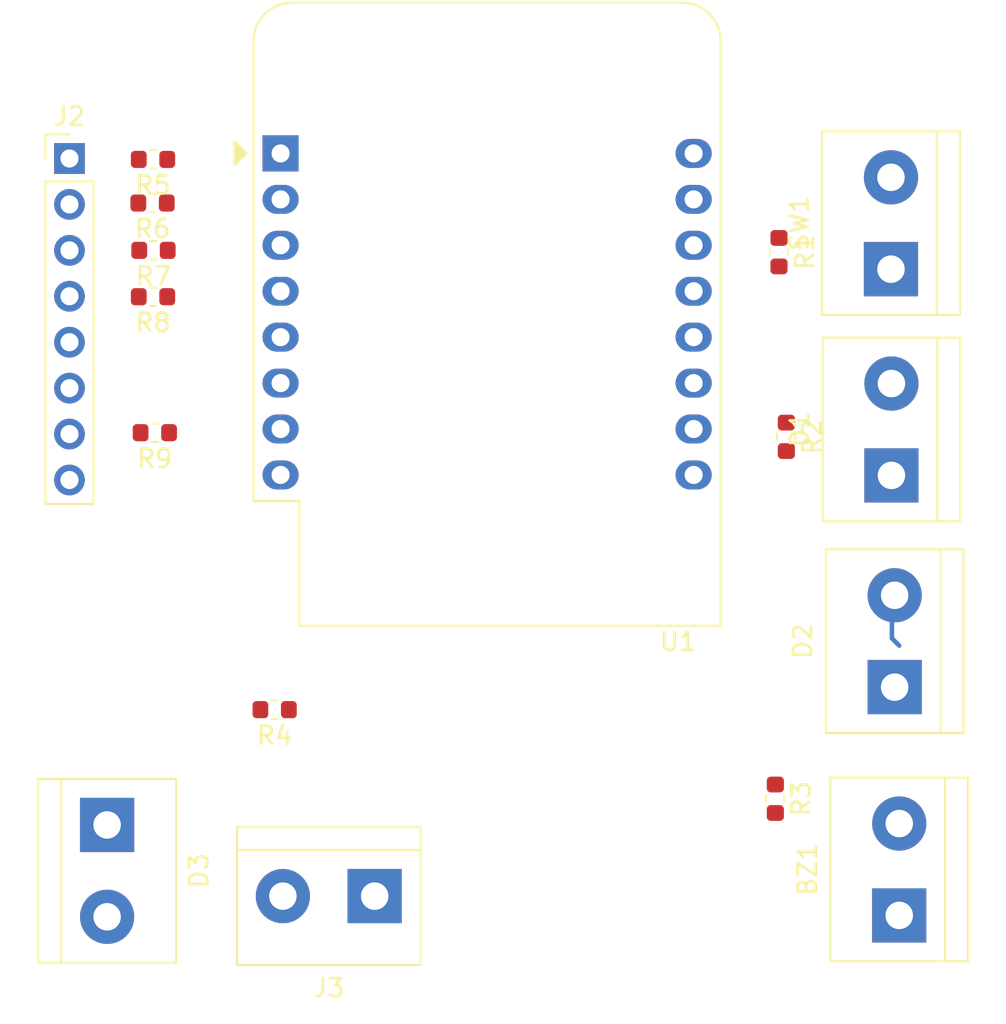
<source format=kicad_pcb>
(kicad_pcb (version 20171130) (host pcbnew "(5.1.6)-1")

  (general
    (thickness 1.6)
    (drawings 0)
    (tracks 4)
    (zones 0)
    (modules 17)
    (nets 20)
  )

  (page A4)
  (layers
    (0 F.Cu signal)
    (31 B.Cu mixed)
    (33 F.Adhes user)
    (35 F.Paste user)
    (37 F.SilkS user)
    (38 B.Mask user)
    (39 F.Mask user)
    (40 Dwgs.User user)
    (41 Cmts.User user)
    (42 Eco1.User user)
    (43 Eco2.User user)
    (44 Edge.Cuts user)
    (45 Margin user)
    (46 B.CrtYd user)
    (47 F.CrtYd user)
    (49 F.Fab user)
  )

  (setup
    (last_trace_width 0.25)
    (trace_clearance 0.2)
    (zone_clearance 0.508)
    (zone_45_only no)
    (trace_min 0.2)
    (via_size 0.8)
    (via_drill 0.4)
    (via_min_size 0.4)
    (via_min_drill 0.3)
    (uvia_size 0.3)
    (uvia_drill 0.1)
    (uvias_allowed no)
    (uvia_min_size 0.2)
    (uvia_min_drill 0.1)
    (edge_width 0.05)
    (segment_width 0.2)
    (pcb_text_width 0.3)
    (pcb_text_size 1.5 1.5)
    (mod_edge_width 0.12)
    (mod_text_size 1 1)
    (mod_text_width 0.15)
    (pad_size 1.524 1.524)
    (pad_drill 0.762)
    (pad_to_mask_clearance 0.05)
    (aux_axis_origin 0 0)
    (visible_elements 7FFFFFFF)
    (pcbplotparams
      (layerselection 0x010fc_ffffffff)
      (usegerberextensions false)
      (usegerberattributes true)
      (usegerberadvancedattributes true)
      (creategerberjobfile true)
      (excludeedgelayer true)
      (linewidth 0.100000)
      (plotframeref false)
      (viasonmask false)
      (mode 1)
      (useauxorigin false)
      (hpglpennumber 1)
      (hpglpenspeed 20)
      (hpglpendiameter 15.000000)
      (psnegative false)
      (psa4output false)
      (plotreference true)
      (plotvalue true)
      (plotinvisibletext false)
      (padsonsilk false)
      (subtractmaskfromsilk false)
      (outputformat 1)
      (mirror false)
      (drillshape 1)
      (scaleselection 1)
      (outputdirectory ""))
  )

  (net 0 "")
  (net 1 "Net-(D1-Pad1)")
  (net 2 "Net-(D3-Pad1)")
  (net 3 3V3)
  (net 4 GND)
  (net 5 MISO)
  (net 6 MOSI)
  (net 7 SCK)
  (net 8 SS)
  (net 9 ERROR_NET)
  (net 10 POWER_NET)
  (net 11 SWITCH)
  (net 12 RST)
  (net 13 STATUS_NET)
  (net 14 "Net-(D2-Pad1)")
  (net 15 "Net-(J2-Pad7)")
  (net 16 "Net-(J2-Pad4)")
  (net 17 "Net-(J2-Pad3)")
  (net 18 "Net-(J2-Pad2)")
  (net 19 "Net-(J2-Pad1)")

  (net_class Default "This is the default net class."
    (clearance 0.2)
    (trace_width 0.25)
    (via_dia 0.8)
    (via_drill 0.4)
    (uvia_dia 0.3)
    (uvia_drill 0.1)
    (add_net 3V3)
    (add_net ERROR_NET)
    (add_net GND)
    (add_net MISO)
    (add_net MOSI)
    (add_net "Net-(D1-Pad1)")
    (add_net "Net-(D2-Pad1)")
    (add_net "Net-(D3-Pad1)")
    (add_net "Net-(J2-Pad1)")
    (add_net "Net-(J2-Pad2)")
    (add_net "Net-(J2-Pad3)")
    (add_net "Net-(J2-Pad4)")
    (add_net "Net-(J2-Pad7)")
    (add_net POWER_NET)
    (add_net RST)
    (add_net SCK)
    (add_net SS)
    (add_net STATUS_NET)
    (add_net SWITCH)
  )

  (module Resistor_SMD:R_0603_1608Metric (layer F.Cu) (tedit 5B301BBD) (tstamp 6007C948)
    (at 31.8262 62.5348 180)
    (descr "Resistor SMD 0603 (1608 Metric), square (rectangular) end terminal, IPC_7351 nominal, (Body size source: http://www.tortai-tech.com/upload/download/2011102023233369053.pdf), generated with kicad-footprint-generator")
    (tags resistor)
    (path /6009BE5B)
    (attr smd)
    (fp_text reference R9 (at 0 -1.43) (layer F.SilkS)
      (effects (font (size 1 1) (thickness 0.15)))
    )
    (fp_text value R100 (at 0 1.43) (layer F.Fab) hide
      (effects (font (size 1 1) (thickness 0.15)))
    )
    (fp_text user %R (at 0 0) (layer F.Fab) hide
      (effects (font (size 0.4 0.4) (thickness 0.06)))
    )
    (fp_line (start -0.8 0.4) (end -0.8 -0.4) (layer F.Fab) (width 0.1))
    (fp_line (start -0.8 -0.4) (end 0.8 -0.4) (layer F.Fab) (width 0.1))
    (fp_line (start 0.8 -0.4) (end 0.8 0.4) (layer F.Fab) (width 0.1))
    (fp_line (start 0.8 0.4) (end -0.8 0.4) (layer F.Fab) (width 0.1))
    (fp_line (start -0.162779 -0.51) (end 0.162779 -0.51) (layer F.SilkS) (width 0.12))
    (fp_line (start -0.162779 0.51) (end 0.162779 0.51) (layer F.SilkS) (width 0.12))
    (fp_line (start -1.48 0.73) (end -1.48 -0.73) (layer F.CrtYd) (width 0.05))
    (fp_line (start -1.48 -0.73) (end 1.48 -0.73) (layer F.CrtYd) (width 0.05))
    (fp_line (start 1.48 -0.73) (end 1.48 0.73) (layer F.CrtYd) (width 0.05))
    (fp_line (start 1.48 0.73) (end -1.48 0.73) (layer F.CrtYd) (width 0.05))
    (pad 2 smd roundrect (at 0.7875 0 180) (size 0.875 0.95) (layers F.Cu F.Paste F.Mask) (roundrect_rratio 0.25)
      (net 15 "Net-(J2-Pad7)"))
    (pad 1 smd roundrect (at -0.7875 0 180) (size 0.875 0.95) (layers F.Cu F.Paste F.Mask) (roundrect_rratio 0.25)
      (net 12 RST))
    (model ${KISYS3DMOD}/Resistor_SMD.3dshapes/R_0603_1608Metric.wrl
      (at (xyz 0 0 0))
      (scale (xyz 1 1 1))
      (rotate (xyz 0 0 0))
    )
  )

  (module Resistor_SMD:R_0603_1608Metric (layer F.Cu) (tedit 5B301BBD) (tstamp 6007C937)
    (at 31.7246 55.0164 180)
    (descr "Resistor SMD 0603 (1608 Metric), square (rectangular) end terminal, IPC_7351 nominal, (Body size source: http://www.tortai-tech.com/upload/download/2011102023233369053.pdf), generated with kicad-footprint-generator")
    (tags resistor)
    (path /6009B9F3)
    (attr smd)
    (fp_text reference R8 (at 0 -1.43) (layer F.SilkS)
      (effects (font (size 1 1) (thickness 0.15)))
    )
    (fp_text value R100 (at 0 1.43) (layer F.Fab) hide
      (effects (font (size 1 1) (thickness 0.15)))
    )
    (fp_text user %R (at 0 0) (layer F.Fab) hide
      (effects (font (size 0.4 0.4) (thickness 0.06)))
    )
    (fp_line (start -0.8 0.4) (end -0.8 -0.4) (layer F.Fab) (width 0.1))
    (fp_line (start -0.8 -0.4) (end 0.8 -0.4) (layer F.Fab) (width 0.1))
    (fp_line (start 0.8 -0.4) (end 0.8 0.4) (layer F.Fab) (width 0.1))
    (fp_line (start 0.8 0.4) (end -0.8 0.4) (layer F.Fab) (width 0.1))
    (fp_line (start -0.162779 -0.51) (end 0.162779 -0.51) (layer F.SilkS) (width 0.12))
    (fp_line (start -0.162779 0.51) (end 0.162779 0.51) (layer F.SilkS) (width 0.12))
    (fp_line (start -1.48 0.73) (end -1.48 -0.73) (layer F.CrtYd) (width 0.05))
    (fp_line (start -1.48 -0.73) (end 1.48 -0.73) (layer F.CrtYd) (width 0.05))
    (fp_line (start 1.48 -0.73) (end 1.48 0.73) (layer F.CrtYd) (width 0.05))
    (fp_line (start 1.48 0.73) (end -1.48 0.73) (layer F.CrtYd) (width 0.05))
    (pad 2 smd roundrect (at 0.7875 0 180) (size 0.875 0.95) (layers F.Cu F.Paste F.Mask) (roundrect_rratio 0.25)
      (net 16 "Net-(J2-Pad4)"))
    (pad 1 smd roundrect (at -0.7875 0 180) (size 0.875 0.95) (layers F.Cu F.Paste F.Mask) (roundrect_rratio 0.25)
      (net 5 MISO))
    (model ${KISYS3DMOD}/Resistor_SMD.3dshapes/R_0603_1608Metric.wrl
      (at (xyz 0 0 0))
      (scale (xyz 1 1 1))
      (rotate (xyz 0 0 0))
    )
  )

  (module Resistor_SMD:R_0603_1608Metric (layer F.Cu) (tedit 5B301BBD) (tstamp 6007C926)
    (at 31.75 52.451 180)
    (descr "Resistor SMD 0603 (1608 Metric), square (rectangular) end terminal, IPC_7351 nominal, (Body size source: http://www.tortai-tech.com/upload/download/2011102023233369053.pdf), generated with kicad-footprint-generator")
    (tags resistor)
    (path /6009B537)
    (attr smd)
    (fp_text reference R7 (at 0 -1.43) (layer F.SilkS)
      (effects (font (size 1 1) (thickness 0.15)))
    )
    (fp_text value R100 (at 0 1.43) (layer F.Fab) hide
      (effects (font (size 1 1) (thickness 0.15)))
    )
    (fp_text user %R (at 0 0) (layer F.Fab) hide
      (effects (font (size 0.4 0.4) (thickness 0.06)))
    )
    (fp_line (start -0.8 0.4) (end -0.8 -0.4) (layer F.Fab) (width 0.1))
    (fp_line (start -0.8 -0.4) (end 0.8 -0.4) (layer F.Fab) (width 0.1))
    (fp_line (start 0.8 -0.4) (end 0.8 0.4) (layer F.Fab) (width 0.1))
    (fp_line (start 0.8 0.4) (end -0.8 0.4) (layer F.Fab) (width 0.1))
    (fp_line (start -0.162779 -0.51) (end 0.162779 -0.51) (layer F.SilkS) (width 0.12))
    (fp_line (start -0.162779 0.51) (end 0.162779 0.51) (layer F.SilkS) (width 0.12))
    (fp_line (start -1.48 0.73) (end -1.48 -0.73) (layer F.CrtYd) (width 0.05))
    (fp_line (start -1.48 -0.73) (end 1.48 -0.73) (layer F.CrtYd) (width 0.05))
    (fp_line (start 1.48 -0.73) (end 1.48 0.73) (layer F.CrtYd) (width 0.05))
    (fp_line (start 1.48 0.73) (end -1.48 0.73) (layer F.CrtYd) (width 0.05))
    (pad 2 smd roundrect (at 0.7875 0 180) (size 0.875 0.95) (layers F.Cu F.Paste F.Mask) (roundrect_rratio 0.25)
      (net 17 "Net-(J2-Pad3)"))
    (pad 1 smd roundrect (at -0.7875 0 180) (size 0.875 0.95) (layers F.Cu F.Paste F.Mask) (roundrect_rratio 0.25)
      (net 6 MOSI))
    (model ${KISYS3DMOD}/Resistor_SMD.3dshapes/R_0603_1608Metric.wrl
      (at (xyz 0 0 0))
      (scale (xyz 1 1 1))
      (rotate (xyz 0 0 0))
    )
  )

  (module Resistor_SMD:R_0603_1608Metric (layer F.Cu) (tedit 5B301BBD) (tstamp 6007C915)
    (at 31.6993 49.8348 180)
    (descr "Resistor SMD 0603 (1608 Metric), square (rectangular) end terminal, IPC_7351 nominal, (Body size source: http://www.tortai-tech.com/upload/download/2011102023233369053.pdf), generated with kicad-footprint-generator")
    (tags resistor)
    (path /6009B066)
    (attr smd)
    (fp_text reference R6 (at 0 -1.43) (layer F.SilkS)
      (effects (font (size 1 1) (thickness 0.15)))
    )
    (fp_text value R100 (at 0 1.43) (layer F.Fab) hide
      (effects (font (size 1 1) (thickness 0.15)))
    )
    (fp_text user %R (at 0 0) (layer F.Fab)
      (effects (font (size 0.4 0.4) (thickness 0.06)))
    )
    (fp_line (start -0.8 0.4) (end -0.8 -0.4) (layer F.Fab) (width 0.1))
    (fp_line (start -0.8 -0.4) (end 0.8 -0.4) (layer F.Fab) (width 0.1))
    (fp_line (start 0.8 -0.4) (end 0.8 0.4) (layer F.Fab) (width 0.1))
    (fp_line (start 0.8 0.4) (end -0.8 0.4) (layer F.Fab) (width 0.1))
    (fp_line (start -0.162779 -0.51) (end 0.162779 -0.51) (layer F.SilkS) (width 0.12))
    (fp_line (start -0.162779 0.51) (end 0.162779 0.51) (layer F.SilkS) (width 0.12))
    (fp_line (start -1.48 0.73) (end -1.48 -0.73) (layer F.CrtYd) (width 0.05))
    (fp_line (start -1.48 -0.73) (end 1.48 -0.73) (layer F.CrtYd) (width 0.05))
    (fp_line (start 1.48 -0.73) (end 1.48 0.73) (layer F.CrtYd) (width 0.05))
    (fp_line (start 1.48 0.73) (end -1.48 0.73) (layer F.CrtYd) (width 0.05))
    (pad 2 smd roundrect (at 0.7875 0 180) (size 0.875 0.95) (layers F.Cu F.Paste F.Mask) (roundrect_rratio 0.25)
      (net 18 "Net-(J2-Pad2)"))
    (pad 1 smd roundrect (at -0.7875 0 180) (size 0.875 0.95) (layers F.Cu F.Paste F.Mask) (roundrect_rratio 0.25)
      (net 7 SCK))
    (model ${KISYS3DMOD}/Resistor_SMD.3dshapes/R_0603_1608Metric.wrl
      (at (xyz 0 0 0))
      (scale (xyz 1 1 1))
      (rotate (xyz 0 0 0))
    )
  )

  (module Resistor_SMD:R_0603_1608Metric (layer F.Cu) (tedit 5B301BBD) (tstamp 6007C904)
    (at 31.7246 47.4218 180)
    (descr "Resistor SMD 0603 (1608 Metric), square (rectangular) end terminal, IPC_7351 nominal, (Body size source: http://www.tortai-tech.com/upload/download/2011102023233369053.pdf), generated with kicad-footprint-generator")
    (tags resistor)
    (path /600954A4)
    (attr smd)
    (fp_text reference R5 (at 0 -1.43) (layer F.SilkS)
      (effects (font (size 1 1) (thickness 0.15)))
    )
    (fp_text value R100 (at 0 1.43) (layer F.Fab) hide
      (effects (font (size 1 1) (thickness 0.15)))
    )
    (fp_text user %R (at 0 0) (layer F.Fab)
      (effects (font (size 0.4 0.4) (thickness 0.06)))
    )
    (fp_line (start -0.8 0.4) (end -0.8 -0.4) (layer F.Fab) (width 0.1))
    (fp_line (start -0.8 -0.4) (end 0.8 -0.4) (layer F.Fab) (width 0.1))
    (fp_line (start 0.8 -0.4) (end 0.8 0.4) (layer F.Fab) (width 0.1))
    (fp_line (start 0.8 0.4) (end -0.8 0.4) (layer F.Fab) (width 0.1))
    (fp_line (start -0.162779 -0.51) (end 0.162779 -0.51) (layer F.SilkS) (width 0.12))
    (fp_line (start -0.162779 0.51) (end 0.162779 0.51) (layer F.SilkS) (width 0.12))
    (fp_line (start -1.48 0.73) (end -1.48 -0.73) (layer F.CrtYd) (width 0.05))
    (fp_line (start -1.48 -0.73) (end 1.48 -0.73) (layer F.CrtYd) (width 0.05))
    (fp_line (start 1.48 -0.73) (end 1.48 0.73) (layer F.CrtYd) (width 0.05))
    (fp_line (start 1.48 0.73) (end -1.48 0.73) (layer F.CrtYd) (width 0.05))
    (pad 2 smd roundrect (at 0.7875 0 180) (size 0.875 0.95) (layers F.Cu F.Paste F.Mask) (roundrect_rratio 0.25)
      (net 19 "Net-(J2-Pad1)"))
    (pad 1 smd roundrect (at -0.7875 0 180) (size 0.875 0.95) (layers F.Cu F.Paste F.Mask) (roundrect_rratio 0.25)
      (net 8 SS))
    (model ${KISYS3DMOD}/Resistor_SMD.3dshapes/R_0603_1608Metric.wrl
      (at (xyz 0 0 0))
      (scale (xyz 1 1 1))
      (rotate (xyz 0 0 0))
    )
  )

  (module Resistor_SMD:R_0603_1608Metric (layer F.Cu) (tedit 5B301BBD) (tstamp 5F28B27C)
    (at 38.4556 77.851 180)
    (descr "Resistor SMD 0603 (1608 Metric), square (rectangular) end terminal, IPC_7351 nominal, (Body size source: http://www.tortai-tech.com/upload/download/2011102023233369053.pdf), generated with kicad-footprint-generator")
    (tags resistor)
    (path /5F28AE51)
    (attr smd)
    (fp_text reference R4 (at 0 -1.43) (layer F.SilkS)
      (effects (font (size 1 1) (thickness 0.15)))
    )
    (fp_text value R330 (at 0 1.43) (layer F.Fab)
      (effects (font (size 1 1) (thickness 0.15)))
    )
    (fp_line (start 1.48 0.73) (end -1.48 0.73) (layer F.CrtYd) (width 0.05))
    (fp_line (start 1.48 -0.73) (end 1.48 0.73) (layer F.CrtYd) (width 0.05))
    (fp_line (start -1.48 -0.73) (end 1.48 -0.73) (layer F.CrtYd) (width 0.05))
    (fp_line (start -1.48 0.73) (end -1.48 -0.73) (layer F.CrtYd) (width 0.05))
    (fp_line (start -0.162779 0.51) (end 0.162779 0.51) (layer F.SilkS) (width 0.12))
    (fp_line (start -0.162779 -0.51) (end 0.162779 -0.51) (layer F.SilkS) (width 0.12))
    (fp_line (start 0.8 0.4) (end -0.8 0.4) (layer F.Fab) (width 0.1))
    (fp_line (start 0.8 -0.4) (end 0.8 0.4) (layer F.Fab) (width 0.1))
    (fp_line (start -0.8 -0.4) (end 0.8 -0.4) (layer F.Fab) (width 0.1))
    (fp_line (start -0.8 0.4) (end -0.8 -0.4) (layer F.Fab) (width 0.1))
    (fp_text user %R (at 0 0) (layer F.Fab)
      (effects (font (size 0.4 0.4) (thickness 0.06)))
    )
    (pad 2 smd roundrect (at 0.7875 0 180) (size 0.875 0.95) (layers F.Cu F.Paste F.Mask) (roundrect_rratio 0.25)
      (net 2 "Net-(D3-Pad1)"))
    (pad 1 smd roundrect (at -0.7875 0 180) (size 0.875 0.95) (layers F.Cu F.Paste F.Mask) (roundrect_rratio 0.25)
      (net 4 GND))
    (model ${KISYS3DMOD}/Resistor_SMD.3dshapes/R_0603_1608Metric.wrl
      (at (xyz 0 0 0))
      (scale (xyz 1 1 1))
      (rotate (xyz 0 0 0))
    )
  )

  (module Resistor_SMD:R_0603_1608Metric (layer F.Cu) (tedit 5B301BBD) (tstamp 5F28B265)
    (at 66.167 82.7787 270)
    (descr "Resistor SMD 0603 (1608 Metric), square (rectangular) end terminal, IPC_7351 nominal, (Body size source: http://www.tortai-tech.com/upload/download/2011102023233369053.pdf), generated with kicad-footprint-generator")
    (tags resistor)
    (path /5F28A95D)
    (attr smd)
    (fp_text reference R3 (at 0 -1.43 90) (layer F.SilkS)
      (effects (font (size 1 1) (thickness 0.15)))
    )
    (fp_text value R330 (at 0 1.43 90) (layer F.Fab)
      (effects (font (size 1 1) (thickness 0.15)))
    )
    (fp_line (start 1.48 0.73) (end -1.48 0.73) (layer F.CrtYd) (width 0.05))
    (fp_line (start 1.48 -0.73) (end 1.48 0.73) (layer F.CrtYd) (width 0.05))
    (fp_line (start -1.48 -0.73) (end 1.48 -0.73) (layer F.CrtYd) (width 0.05))
    (fp_line (start -1.48 0.73) (end -1.48 -0.73) (layer F.CrtYd) (width 0.05))
    (fp_line (start -0.162779 0.51) (end 0.162779 0.51) (layer F.SilkS) (width 0.12))
    (fp_line (start -0.162779 -0.51) (end 0.162779 -0.51) (layer F.SilkS) (width 0.12))
    (fp_line (start 0.8 0.4) (end -0.8 0.4) (layer F.Fab) (width 0.1))
    (fp_line (start 0.8 -0.4) (end 0.8 0.4) (layer F.Fab) (width 0.1))
    (fp_line (start -0.8 -0.4) (end 0.8 -0.4) (layer F.Fab) (width 0.1))
    (fp_line (start -0.8 0.4) (end -0.8 -0.4) (layer F.Fab) (width 0.1))
    (fp_text user %R (at 0 0 90) (layer F.Fab)
      (effects (font (size 0.4 0.4) (thickness 0.06)))
    )
    (pad 2 smd roundrect (at 0.7875 0 270) (size 0.875 0.95) (layers F.Cu F.Paste F.Mask) (roundrect_rratio 0.25)
      (net 14 "Net-(D2-Pad1)"))
    (pad 1 smd roundrect (at -0.7875 0 270) (size 0.875 0.95) (layers F.Cu F.Paste F.Mask) (roundrect_rratio 0.25)
      (net 4 GND))
    (model ${KISYS3DMOD}/Resistor_SMD.3dshapes/R_0603_1608Metric.wrl
      (at (xyz 0 0 0))
      (scale (xyz 1 1 1))
      (rotate (xyz 0 0 0))
    )
  )

  (module Resistor_SMD:R_0603_1608Metric (layer F.Cu) (tedit 5B301BBD) (tstamp 5F28B24E)
    (at 66.7766 62.7634 270)
    (descr "Resistor SMD 0603 (1608 Metric), square (rectangular) end terminal, IPC_7351 nominal, (Body size source: http://www.tortai-tech.com/upload/download/2011102023233369053.pdf), generated with kicad-footprint-generator")
    (tags resistor)
    (path /5F28A588)
    (attr smd)
    (fp_text reference R2 (at 0 -1.43 90) (layer F.SilkS)
      (effects (font (size 1 1) (thickness 0.15)))
    )
    (fp_text value R330 (at 0 1.43 90) (layer F.Fab)
      (effects (font (size 1 1) (thickness 0.15)))
    )
    (fp_line (start 1.48 0.73) (end -1.48 0.73) (layer F.CrtYd) (width 0.05))
    (fp_line (start 1.48 -0.73) (end 1.48 0.73) (layer F.CrtYd) (width 0.05))
    (fp_line (start -1.48 -0.73) (end 1.48 -0.73) (layer F.CrtYd) (width 0.05))
    (fp_line (start -1.48 0.73) (end -1.48 -0.73) (layer F.CrtYd) (width 0.05))
    (fp_line (start -0.162779 0.51) (end 0.162779 0.51) (layer F.SilkS) (width 0.12))
    (fp_line (start -0.162779 -0.51) (end 0.162779 -0.51) (layer F.SilkS) (width 0.12))
    (fp_line (start 0.8 0.4) (end -0.8 0.4) (layer F.Fab) (width 0.1))
    (fp_line (start 0.8 -0.4) (end 0.8 0.4) (layer F.Fab) (width 0.1))
    (fp_line (start -0.8 -0.4) (end 0.8 -0.4) (layer F.Fab) (width 0.1))
    (fp_line (start -0.8 0.4) (end -0.8 -0.4) (layer F.Fab) (width 0.1))
    (fp_text user %R (at 0 0 90) (layer F.Fab)
      (effects (font (size 0.4 0.4) (thickness 0.06)))
    )
    (pad 2 smd roundrect (at 0.7875 0 270) (size 0.875 0.95) (layers F.Cu F.Paste F.Mask) (roundrect_rratio 0.25)
      (net 1 "Net-(D1-Pad1)"))
    (pad 1 smd roundrect (at -0.7875 0 270) (size 0.875 0.95) (layers F.Cu F.Paste F.Mask) (roundrect_rratio 0.25)
      (net 4 GND))
    (model ${KISYS3DMOD}/Resistor_SMD.3dshapes/R_0603_1608Metric.wrl
      (at (xyz 0 0 0))
      (scale (xyz 1 1 1))
      (rotate (xyz 0 0 0))
    )
  )

  (module Resistor_SMD:R_0603_1608Metric (layer F.Cu) (tedit 5B301BBD) (tstamp 5F28B293)
    (at 66.3702 52.5526 270)
    (descr "Resistor SMD 0603 (1608 Metric), square (rectangular) end terminal, IPC_7351 nominal, (Body size source: http://www.tortai-tech.com/upload/download/2011102023233369053.pdf), generated with kicad-footprint-generator")
    (tags resistor)
    (path /5F2A5D4B)
    (attr smd)
    (fp_text reference R1 (at 0 -1.43 90) (layer F.SilkS)
      (effects (font (size 1 1) (thickness 0.15)))
    )
    (fp_text value R330 (at 0 1.43 90) (layer F.Fab)
      (effects (font (size 1 1) (thickness 0.15)))
    )
    (fp_line (start 1.48 0.73) (end -1.48 0.73) (layer F.CrtYd) (width 0.05))
    (fp_line (start 1.48 -0.73) (end 1.48 0.73) (layer F.CrtYd) (width 0.05))
    (fp_line (start -1.48 -0.73) (end 1.48 -0.73) (layer F.CrtYd) (width 0.05))
    (fp_line (start -1.48 0.73) (end -1.48 -0.73) (layer F.CrtYd) (width 0.05))
    (fp_line (start -0.162779 0.51) (end 0.162779 0.51) (layer F.SilkS) (width 0.12))
    (fp_line (start -0.162779 -0.51) (end 0.162779 -0.51) (layer F.SilkS) (width 0.12))
    (fp_line (start 0.8 0.4) (end -0.8 0.4) (layer F.Fab) (width 0.1))
    (fp_line (start 0.8 -0.4) (end 0.8 0.4) (layer F.Fab) (width 0.1))
    (fp_line (start -0.8 -0.4) (end 0.8 -0.4) (layer F.Fab) (width 0.1))
    (fp_line (start -0.8 0.4) (end -0.8 -0.4) (layer F.Fab) (width 0.1))
    (fp_text user %R (at 0 0 90) (layer F.Fab)
      (effects (font (size 0.4 0.4) (thickness 0.06)))
    )
    (pad 2 smd roundrect (at 0.7875 0 270) (size 0.875 0.95) (layers F.Cu F.Paste F.Mask) (roundrect_rratio 0.25)
      (net 11 SWITCH))
    (pad 1 smd roundrect (at -0.7875 0 270) (size 0.875 0.95) (layers F.Cu F.Paste F.Mask) (roundrect_rratio 0.25)
      (net 4 GND))
    (model ${KISYS3DMOD}/Resistor_SMD.3dshapes/R_0603_1608Metric.wrl
      (at (xyz 0 0 0))
      (scale (xyz 1 1 1))
      (rotate (xyz 0 0 0))
    )
  )

  (module Module:WEMOS_D1_mini_light (layer F.Cu) (tedit 5BBFB1CE) (tstamp 5F3D9347)
    (at 38.7858 47.0916)
    (descr "16-pin module, column spacing 22.86 mm (900 mils), https://wiki.wemos.cc/products:d1:d1_mini, https://c1.staticflickr.com/1/734/31400410271_f278b087db_z.jpg")
    (tags "ESP8266 WiFi microcontroller")
    (path /5F3D9F6A)
    (fp_text reference U1 (at 22 27) (layer F.SilkS)
      (effects (font (size 1 1) (thickness 0.15)))
    )
    (fp_text value WeMos_D1_mini (at 11.7 0) (layer F.Fab)
      (effects (font (size 1 1) (thickness 0.15)))
    )
    (fp_line (start 1.04 19.22) (end 1.04 26.12) (layer F.SilkS) (width 0.12))
    (fp_line (start -1.5 19.22) (end 1.04 19.22) (layer F.SilkS) (width 0.12))
    (fp_line (start -0.37 0) (end -1.37 -1) (layer F.Fab) (width 0.1))
    (fp_line (start -1.37 1) (end -0.37 0) (layer F.Fab) (width 0.1))
    (fp_line (start -1.37 -6.21) (end -1.37 -1) (layer F.Fab) (width 0.1))
    (fp_line (start 1.17 19.09) (end 1.17 25.99) (layer F.Fab) (width 0.1))
    (fp_line (start -1.37 19.09) (end 1.17 19.09) (layer F.Fab) (width 0.1))
    (fp_line (start -1.35 -7.4) (end -0.55 -8.2) (layer Dwgs.User) (width 0.1))
    (fp_line (start -1.3 -5.45) (end 1.45 -8.2) (layer Dwgs.User) (width 0.1))
    (fp_line (start -1.35 -3.4) (end 3.45 -8.2) (layer Dwgs.User) (width 0.1))
    (fp_line (start 22.65 -1.4) (end 24.25 -3) (layer Dwgs.User) (width 0.1))
    (fp_line (start 20.65 -1.4) (end 24.25 -5) (layer Dwgs.User) (width 0.1))
    (fp_line (start 18.65 -1.4) (end 24.25 -7) (layer Dwgs.User) (width 0.1))
    (fp_line (start 16.65 -1.4) (end 23.45 -8.2) (layer Dwgs.User) (width 0.1))
    (fp_line (start 14.65 -1.4) (end 21.45 -8.2) (layer Dwgs.User) (width 0.1))
    (fp_line (start 12.65 -1.4) (end 19.45 -8.2) (layer Dwgs.User) (width 0.1))
    (fp_line (start 10.65 -1.4) (end 17.45 -8.2) (layer Dwgs.User) (width 0.1))
    (fp_line (start 8.65 -1.4) (end 15.45 -8.2) (layer Dwgs.User) (width 0.1))
    (fp_line (start 6.65 -1.4) (end 13.45 -8.2) (layer Dwgs.User) (width 0.1))
    (fp_line (start 4.65 -1.4) (end 11.45 -8.2) (layer Dwgs.User) (width 0.1))
    (fp_line (start 2.65 -1.4) (end 9.45 -8.2) (layer Dwgs.User) (width 0.1))
    (fp_line (start 0.65 -1.4) (end 7.45 -8.2) (layer Dwgs.User) (width 0.1))
    (fp_line (start -1.35 -1.4) (end 5.45 -8.2) (layer Dwgs.User) (width 0.1))
    (fp_line (start -1.35 -8.2) (end -1.35 -1.4) (layer Dwgs.User) (width 0.1))
    (fp_line (start 24.25 -8.2) (end -1.35 -8.2) (layer Dwgs.User) (width 0.1))
    (fp_line (start 24.25 -1.4) (end 24.25 -8.2) (layer Dwgs.User) (width 0.1))
    (fp_line (start -1.35 -1.4) (end 24.25 -1.4) (layer Dwgs.User) (width 0.1))
    (fp_poly (pts (xy -2.54 -0.635) (xy -2.54 0.635) (xy -1.905 0)) (layer F.SilkS) (width 0.15))
    (fp_line (start -1.62 26.24) (end -1.62 -8.46) (layer F.CrtYd) (width 0.05))
    (fp_line (start 24.48 26.24) (end -1.62 26.24) (layer F.CrtYd) (width 0.05))
    (fp_line (start 24.48 -8.41) (end 24.48 26.24) (layer F.CrtYd) (width 0.05))
    (fp_line (start -1.62 -8.46) (end 24.48 -8.46) (layer F.CrtYd) (width 0.05))
    (fp_line (start -1.37 1) (end -1.37 19.09) (layer F.Fab) (width 0.1))
    (fp_line (start 22.23 -8.21) (end 0.63 -8.21) (layer F.Fab) (width 0.1))
    (fp_line (start 24.23 25.99) (end 24.23 -6.21) (layer F.Fab) (width 0.1))
    (fp_line (start 1.17 25.99) (end 24.23 25.99) (layer F.Fab) (width 0.1))
    (fp_line (start 22.24 -8.34) (end 0.63 -8.34) (layer F.SilkS) (width 0.12))
    (fp_line (start 24.36 26.12) (end 24.36 -6.21) (layer F.SilkS) (width 0.12))
    (fp_line (start -1.5 19.22) (end -1.5 -6.21) (layer F.SilkS) (width 0.12))
    (fp_line (start 1.04 26.12) (end 24.36 26.12) (layer F.SilkS) (width 0.12))
    (fp_text user "No copper" (at 11.43 -3.81) (layer Cmts.User)
      (effects (font (size 1 1) (thickness 0.15)))
    )
    (fp_text user "KEEP OUT" (at 11.43 -6.35) (layer Cmts.User)
      (effects (font (size 1 1) (thickness 0.15)))
    )
    (fp_arc (start 22.23 -6.21) (end 24.36 -6.21) (angle -90) (layer F.SilkS) (width 0.12))
    (fp_arc (start 0.63 -6.21) (end 0.63 -8.34) (angle -90) (layer F.SilkS) (width 0.12))
    (fp_arc (start 22.23 -6.21) (end 24.23 -6.19) (angle -90) (layer F.Fab) (width 0.1))
    (fp_arc (start 0.63 -6.21) (end 0.63 -8.21) (angle -90) (layer F.Fab) (width 0.1))
    (fp_text user %R (at 11.43 10) (layer F.Fab)
      (effects (font (size 1 1) (thickness 0.15)))
    )
    (pad 16 thru_hole oval (at 22.86 0) (size 2 1.6) (drill 1) (layers *.Cu *.Mask))
    (pad 15 thru_hole oval (at 22.86 2.54) (size 2 1.6) (drill 1) (layers *.Cu *.Mask))
    (pad 14 thru_hole oval (at 22.86 5.08) (size 2 1.6) (drill 1) (layers *.Cu *.Mask)
      (net 11 SWITCH))
    (pad 13 thru_hole oval (at 22.86 7.62) (size 2 1.6) (drill 1) (layers *.Cu *.Mask)
      (net 10 POWER_NET))
    (pad 12 thru_hole oval (at 22.86 10.16) (size 2 1.6) (drill 1) (layers *.Cu *.Mask)
      (net 9 ERROR_NET))
    (pad 11 thru_hole oval (at 22.86 12.7) (size 2 1.6) (drill 1) (layers *.Cu *.Mask)
      (net 13 STATUS_NET))
    (pad 10 thru_hole oval (at 22.86 15.24) (size 2 1.6) (drill 1) (layers *.Cu *.Mask)
      (net 4 GND))
    (pad 9 thru_hole oval (at 22.86 17.78) (size 2 1.6) (drill 1) (layers *.Cu *.Mask))
    (pad 8 thru_hole oval (at 0 17.78) (size 2 1.6) (drill 1) (layers *.Cu *.Mask)
      (net 3 3V3))
    (pad 7 thru_hole oval (at 0 15.24) (size 2 1.6) (drill 1) (layers *.Cu *.Mask)
      (net 8 SS))
    (pad 6 thru_hole oval (at 0 12.7) (size 2 1.6) (drill 1) (layers *.Cu *.Mask)
      (net 6 MOSI))
    (pad 5 thru_hole oval (at 0 10.16) (size 2 1.6) (drill 1) (layers *.Cu *.Mask)
      (net 5 MISO))
    (pad 4 thru_hole oval (at 0 7.62) (size 2 1.6) (drill 1) (layers *.Cu *.Mask)
      (net 7 SCK))
    (pad 3 thru_hole oval (at 0 5.08) (size 2 1.6) (drill 1) (layers *.Cu *.Mask)
      (net 12 RST))
    (pad 1 thru_hole rect (at 0 0) (size 2 2) (drill 1) (layers *.Cu *.Mask))
    (pad 2 thru_hole oval (at 0 2.54) (size 2 1.6) (drill 1) (layers *.Cu *.Mask))
    (model ${KISYS3DMOD}/Module.3dshapes/WEMOS_D1_mini_light.wrl
      (at (xyz 0 0 0))
      (scale (xyz 1 1 1))
      (rotate (xyz 0 0 0))
    )
    (model ${KISYS3DMOD}/Connector_PinHeader_2.54mm.3dshapes/PinHeader_1x08_P2.54mm_Vertical.wrl
      (offset (xyz 0 0 9.5))
      (scale (xyz 1 1 1))
      (rotate (xyz 0 -180 0))
    )
    (model ${KISYS3DMOD}/Connector_PinHeader_2.54mm.3dshapes/PinHeader_1x08_P2.54mm_Vertical.wrl
      (offset (xyz 22.86 0 9.5))
      (scale (xyz 1 1 1))
      (rotate (xyz 0 -180 0))
    )
    (model ${KISYS3DMOD}/Connector_PinSocket_2.54mm.3dshapes/PinSocket_1x08_P2.54mm_Vertical.wrl
      (at (xyz 0 0 0))
      (scale (xyz 1 1 1))
      (rotate (xyz 0 0 0))
    )
    (model ${KISYS3DMOD}/Connector_PinSocket_2.54mm.3dshapes/PinSocket_1x08_P2.54mm_Vertical.wrl
      (offset (xyz 22.86 0 0))
      (scale (xyz 1 1 1))
      (rotate (xyz 0 0 0))
    )
  )

  (module TerminalBlock:TerminalBlock_bornier-2_P5.08mm (layer F.Cu) (tedit 59FF03AB) (tstamp 5F28B1D5)
    (at 72.5932 64.897 90)
    (descr "simple 2-pin terminal block, pitch 5.08mm, revamped version of bornier2")
    (tags "terminal block bornier2")
    (path /5F287C44)
    (fp_text reference D1 (at 2.54 -5.08 90) (layer F.SilkS)
      (effects (font (size 1 1) (thickness 0.15)))
    )
    (fp_text value "STATUS LED" (at 2.54 5.08 90) (layer F.Fab)
      (effects (font (size 1 1) (thickness 0.15)))
    )
    (fp_line (start -2.41 2.55) (end 7.49 2.55) (layer F.Fab) (width 0.1))
    (fp_line (start -2.46 -3.75) (end -2.46 3.75) (layer F.Fab) (width 0.1))
    (fp_line (start -2.46 3.75) (end 7.54 3.75) (layer F.Fab) (width 0.1))
    (fp_line (start 7.54 3.75) (end 7.54 -3.75) (layer F.Fab) (width 0.1))
    (fp_line (start 7.54 -3.75) (end -2.46 -3.75) (layer F.Fab) (width 0.1))
    (fp_line (start 7.62 2.54) (end -2.54 2.54) (layer F.SilkS) (width 0.12))
    (fp_line (start 7.62 3.81) (end 7.62 -3.81) (layer F.SilkS) (width 0.12))
    (fp_line (start 7.62 -3.81) (end -2.54 -3.81) (layer F.SilkS) (width 0.12))
    (fp_line (start -2.54 -3.81) (end -2.54 3.81) (layer F.SilkS) (width 0.12))
    (fp_line (start -2.54 3.81) (end 7.62 3.81) (layer F.SilkS) (width 0.12))
    (fp_line (start -2.71 -4) (end 7.79 -4) (layer F.CrtYd) (width 0.05))
    (fp_line (start -2.71 -4) (end -2.71 4) (layer F.CrtYd) (width 0.05))
    (fp_line (start 7.79 4) (end 7.79 -4) (layer F.CrtYd) (width 0.05))
    (fp_line (start 7.79 4) (end -2.71 4) (layer F.CrtYd) (width 0.05))
    (fp_text user %R (at 2.54 0 90) (layer F.Fab)
      (effects (font (size 1 1) (thickness 0.15)))
    )
    (pad 2 thru_hole circle (at 5.08 0 90) (size 3 3) (drill 1.52) (layers *.Cu *.Mask)
      (net 13 STATUS_NET))
    (pad 1 thru_hole rect (at 0 0 90) (size 3 3) (drill 1.52) (layers *.Cu *.Mask)
      (net 1 "Net-(D1-Pad1)"))
    (model ${KISYS3DMOD}/TerminalBlock.3dshapes/TerminalBlock_bornier-2_P5.08mm.wrl
      (offset (xyz 2.539999961853027 0 0))
      (scale (xyz 1 1 1))
      (rotate (xyz 0 0 0))
    )
  )

  (module Connector_PinHeader_2.54mm:PinHeader_1x08_P2.54mm_Vertical (layer F.Cu) (tedit 59FED5CC) (tstamp 5F28B237)
    (at 27.1018 47.371)
    (descr "Through hole straight pin header, 1x08, 2.54mm pitch, single row")
    (tags "Through hole pin header THT 1x08 2.54mm single row")
    (path /5F285F64)
    (fp_text reference J2 (at 0 -2.33) (layer F.SilkS)
      (effects (font (size 1 1) (thickness 0.15)))
    )
    (fp_text value MRC522 (at 0 20.11) (layer F.Fab)
      (effects (font (size 1 1) (thickness 0.15)))
    )
    (fp_line (start -0.635 -1.27) (end 1.27 -1.27) (layer F.Fab) (width 0.1))
    (fp_line (start 1.27 -1.27) (end 1.27 19.05) (layer F.Fab) (width 0.1))
    (fp_line (start 1.27 19.05) (end -1.27 19.05) (layer F.Fab) (width 0.1))
    (fp_line (start -1.27 19.05) (end -1.27 -0.635) (layer F.Fab) (width 0.1))
    (fp_line (start -1.27 -0.635) (end -0.635 -1.27) (layer F.Fab) (width 0.1))
    (fp_line (start -1.33 19.11) (end 1.33 19.11) (layer F.SilkS) (width 0.12))
    (fp_line (start -1.33 1.27) (end -1.33 19.11) (layer F.SilkS) (width 0.12))
    (fp_line (start 1.33 1.27) (end 1.33 19.11) (layer F.SilkS) (width 0.12))
    (fp_line (start -1.33 1.27) (end 1.33 1.27) (layer F.SilkS) (width 0.12))
    (fp_line (start -1.33 0) (end -1.33 -1.33) (layer F.SilkS) (width 0.12))
    (fp_line (start -1.33 -1.33) (end 0 -1.33) (layer F.SilkS) (width 0.12))
    (fp_line (start -1.8 -1.8) (end -1.8 19.55) (layer F.CrtYd) (width 0.05))
    (fp_line (start -1.8 19.55) (end 1.8 19.55) (layer F.CrtYd) (width 0.05))
    (fp_line (start 1.8 19.55) (end 1.8 -1.8) (layer F.CrtYd) (width 0.05))
    (fp_line (start 1.8 -1.8) (end -1.8 -1.8) (layer F.CrtYd) (width 0.05))
    (fp_text user %R (at 0 8.89 90) (layer F.Fab)
      (effects (font (size 1 1) (thickness 0.15)))
    )
    (pad 8 thru_hole oval (at 0 17.78) (size 1.7 1.7) (drill 1) (layers *.Cu *.Mask)
      (net 3 3V3))
    (pad 7 thru_hole oval (at 0 15.24) (size 1.7 1.7) (drill 1) (layers *.Cu *.Mask)
      (net 15 "Net-(J2-Pad7)"))
    (pad 6 thru_hole oval (at 0 12.7) (size 1.7 1.7) (drill 1) (layers *.Cu *.Mask)
      (net 4 GND))
    (pad 5 thru_hole oval (at 0 10.16) (size 1.7 1.7) (drill 1) (layers *.Cu *.Mask))
    (pad 4 thru_hole oval (at 0 7.62) (size 1.7 1.7) (drill 1) (layers *.Cu *.Mask)
      (net 16 "Net-(J2-Pad4)"))
    (pad 3 thru_hole oval (at 0 5.08) (size 1.7 1.7) (drill 1) (layers *.Cu *.Mask)
      (net 17 "Net-(J2-Pad3)"))
    (pad 2 thru_hole oval (at 0 2.54) (size 1.7 1.7) (drill 1) (layers *.Cu *.Mask)
      (net 18 "Net-(J2-Pad2)"))
    (pad 1 thru_hole rect (at 0 0) (size 1.7 1.7) (drill 1) (layers *.Cu *.Mask)
      (net 19 "Net-(J2-Pad1)"))
    (model ${KISYS3DMOD}/Connector_PinHeader_2.54mm.3dshapes/PinHeader_1x08_P2.54mm_Vertical.wrl
      (at (xyz 0 0 0))
      (scale (xyz 1 1 1))
      (rotate (xyz 0 0 0))
    )
  )

  (module TerminalBlock:TerminalBlock_bornier-2_P5.08mm (layer F.Cu) (tedit 59FF03AB) (tstamp 5F28B1F9)
    (at 29.1846 84.2264 270)
    (descr "simple 2-pin terminal block, pitch 5.08mm, revamped version of bornier2")
    (tags "terminal block bornier2")
    (path /5F2889AC)
    (fp_text reference D3 (at 2.54 -5.08 90) (layer F.SilkS)
      (effects (font (size 1 1) (thickness 0.15)))
    )
    (fp_text value "POWER LED" (at 2.54 5.08 90) (layer F.Fab)
      (effects (font (size 1 1) (thickness 0.15)))
    )
    (fp_line (start -2.41 2.55) (end 7.49 2.55) (layer F.Fab) (width 0.1))
    (fp_line (start -2.46 -3.75) (end -2.46 3.75) (layer F.Fab) (width 0.1))
    (fp_line (start -2.46 3.75) (end 7.54 3.75) (layer F.Fab) (width 0.1))
    (fp_line (start 7.54 3.75) (end 7.54 -3.75) (layer F.Fab) (width 0.1))
    (fp_line (start 7.54 -3.75) (end -2.46 -3.75) (layer F.Fab) (width 0.1))
    (fp_line (start 7.62 2.54) (end -2.54 2.54) (layer F.SilkS) (width 0.12))
    (fp_line (start 7.62 3.81) (end 7.62 -3.81) (layer F.SilkS) (width 0.12))
    (fp_line (start 7.62 -3.81) (end -2.54 -3.81) (layer F.SilkS) (width 0.12))
    (fp_line (start -2.54 -3.81) (end -2.54 3.81) (layer F.SilkS) (width 0.12))
    (fp_line (start -2.54 3.81) (end 7.62 3.81) (layer F.SilkS) (width 0.12))
    (fp_line (start -2.71 -4) (end 7.79 -4) (layer F.CrtYd) (width 0.05))
    (fp_line (start -2.71 -4) (end -2.71 4) (layer F.CrtYd) (width 0.05))
    (fp_line (start 7.79 4) (end 7.79 -4) (layer F.CrtYd) (width 0.05))
    (fp_line (start 7.79 4) (end -2.71 4) (layer F.CrtYd) (width 0.05))
    (fp_text user %R (at 2.54 0 90) (layer F.Fab)
      (effects (font (size 1 1) (thickness 0.15)))
    )
    (pad 2 thru_hole circle (at 5.08 0 270) (size 3 3) (drill 1.52) (layers *.Cu *.Mask)
      (net 10 POWER_NET))
    (pad 1 thru_hole rect (at 0 0 270) (size 3 3) (drill 1.52) (layers *.Cu *.Mask)
      (net 2 "Net-(D3-Pad1)"))
    (model ${KISYS3DMOD}/TerminalBlock.3dshapes/TerminalBlock_bornier-2_P5.08mm.wrl
      (offset (xyz 2.539999961853027 0 0))
      (scale (xyz 1 1 1))
      (rotate (xyz 0 0 0))
    )
  )

  (module TerminalBlock:TerminalBlock_bornier-2_P5.08mm (layer F.Cu) (tedit 59FF03AB) (tstamp 5F28B1E7)
    (at 72.771 76.6064 90)
    (descr "simple 2-pin terminal block, pitch 5.08mm, revamped version of bornier2")
    (tags "terminal block bornier2")
    (path /5F288087)
    (fp_text reference D2 (at 2.54 -5.08 90) (layer F.SilkS)
      (effects (font (size 1 1) (thickness 0.15)))
    )
    (fp_text value "ERROR LED" (at 2.54 5.08 90) (layer F.Fab)
      (effects (font (size 1 1) (thickness 0.15)))
    )
    (fp_line (start -2.41 2.55) (end 7.49 2.55) (layer F.Fab) (width 0.1))
    (fp_line (start -2.46 -3.75) (end -2.46 3.75) (layer F.Fab) (width 0.1))
    (fp_line (start -2.46 3.75) (end 7.54 3.75) (layer F.Fab) (width 0.1))
    (fp_line (start 7.54 3.75) (end 7.54 -3.75) (layer F.Fab) (width 0.1))
    (fp_line (start 7.54 -3.75) (end -2.46 -3.75) (layer F.Fab) (width 0.1))
    (fp_line (start 7.62 2.54) (end -2.54 2.54) (layer F.SilkS) (width 0.12))
    (fp_line (start 7.62 3.81) (end 7.62 -3.81) (layer F.SilkS) (width 0.12))
    (fp_line (start 7.62 -3.81) (end -2.54 -3.81) (layer F.SilkS) (width 0.12))
    (fp_line (start -2.54 -3.81) (end -2.54 3.81) (layer F.SilkS) (width 0.12))
    (fp_line (start -2.54 3.81) (end 7.62 3.81) (layer F.SilkS) (width 0.12))
    (fp_line (start -2.71 -4) (end 7.79 -4) (layer F.CrtYd) (width 0.05))
    (fp_line (start -2.71 -4) (end -2.71 4) (layer F.CrtYd) (width 0.05))
    (fp_line (start 7.79 4) (end 7.79 -4) (layer F.CrtYd) (width 0.05))
    (fp_line (start 7.79 4) (end -2.71 4) (layer F.CrtYd) (width 0.05))
    (fp_text user %R (at 2.54 0 90) (layer F.Fab)
      (effects (font (size 1 1) (thickness 0.15)))
    )
    (pad 2 thru_hole circle (at 5.08 0 90) (size 3 3) (drill 1.52) (layers *.Cu *.Mask)
      (net 9 ERROR_NET))
    (pad 1 thru_hole rect (at 0 0 90) (size 3 3) (drill 1.52) (layers *.Cu *.Mask)
      (net 14 "Net-(D2-Pad1)"))
    (model ${KISYS3DMOD}/TerminalBlock.3dshapes/TerminalBlock_bornier-2_P5.08mm.wrl
      (offset (xyz 2.539999961853027 0 0))
      (scale (xyz 1 1 1))
      (rotate (xyz 0 0 0))
    )
  )

  (module TerminalBlock:TerminalBlock_bornier-2_P5.08mm (layer F.Cu) (tedit 59FF03AB) (tstamp 5F28E821)
    (at 73.025 89.2302 90)
    (descr "simple 2-pin terminal block, pitch 5.08mm, revamped version of bornier2")
    (tags "terminal block bornier2")
    (path /5F2C3AA2)
    (fp_text reference BZ1 (at 2.54 -5.08 90) (layer F.SilkS)
      (effects (font (size 1 1) (thickness 0.15)))
    )
    (fp_text value Screw_Terminal_01x02 (at 2.54 5.08 90) (layer F.Fab)
      (effects (font (size 1 1) (thickness 0.15)))
    )
    (fp_line (start -2.41 2.55) (end 7.49 2.55) (layer F.Fab) (width 0.1))
    (fp_line (start -2.46 -3.75) (end -2.46 3.75) (layer F.Fab) (width 0.1))
    (fp_line (start -2.46 3.75) (end 7.54 3.75) (layer F.Fab) (width 0.1))
    (fp_line (start 7.54 3.75) (end 7.54 -3.75) (layer F.Fab) (width 0.1))
    (fp_line (start 7.54 -3.75) (end -2.46 -3.75) (layer F.Fab) (width 0.1))
    (fp_line (start 7.62 2.54) (end -2.54 2.54) (layer F.SilkS) (width 0.12))
    (fp_line (start 7.62 3.81) (end 7.62 -3.81) (layer F.SilkS) (width 0.12))
    (fp_line (start 7.62 -3.81) (end -2.54 -3.81) (layer F.SilkS) (width 0.12))
    (fp_line (start -2.54 -3.81) (end -2.54 3.81) (layer F.SilkS) (width 0.12))
    (fp_line (start -2.54 3.81) (end 7.62 3.81) (layer F.SilkS) (width 0.12))
    (fp_line (start -2.71 -4) (end 7.79 -4) (layer F.CrtYd) (width 0.05))
    (fp_line (start -2.71 -4) (end -2.71 4) (layer F.CrtYd) (width 0.05))
    (fp_line (start 7.79 4) (end 7.79 -4) (layer F.CrtYd) (width 0.05))
    (fp_line (start 7.79 4) (end -2.71 4) (layer F.CrtYd) (width 0.05))
    (fp_text user %R (at 2.54 0 90) (layer F.Fab)
      (effects (font (size 1 1) (thickness 0.15)))
    )
    (pad 2 thru_hole circle (at 5.08 0 90) (size 3 3) (drill 1.52) (layers *.Cu *.Mask)
      (net 9 ERROR_NET))
    (pad 1 thru_hole rect (at 0 0 90) (size 3 3) (drill 1.52) (layers *.Cu *.Mask)
      (net 4 GND))
    (model ${KISYS3DMOD}/TerminalBlock.3dshapes/TerminalBlock_bornier-2_P5.08mm.wrl
      (offset (xyz 2.539999961853027 0 0))
      (scale (xyz 1 1 1))
      (rotate (xyz 0 0 0))
    )
  )

  (module TerminalBlock:TerminalBlock_bornier-2_P5.08mm (layer F.Cu) (tedit 59FF03AB) (tstamp 5F28BC02)
    (at 43.9928 88.1634 180)
    (descr "simple 2-pin terminal block, pitch 5.08mm, revamped version of bornier2")
    (tags "terminal block bornier2")
    (path /5F2B9C76)
    (fp_text reference J3 (at 2.54 -5.08) (layer F.SilkS)
      (effects (font (size 1 1) (thickness 0.15)))
    )
    (fp_text value Relay (at 2.54 5.08) (layer F.Fab)
      (effects (font (size 1 1) (thickness 0.15)))
    )
    (fp_line (start -2.41 2.55) (end 7.49 2.55) (layer F.Fab) (width 0.1))
    (fp_line (start -2.46 -3.75) (end -2.46 3.75) (layer F.Fab) (width 0.1))
    (fp_line (start -2.46 3.75) (end 7.54 3.75) (layer F.Fab) (width 0.1))
    (fp_line (start 7.54 3.75) (end 7.54 -3.75) (layer F.Fab) (width 0.1))
    (fp_line (start 7.54 -3.75) (end -2.46 -3.75) (layer F.Fab) (width 0.1))
    (fp_line (start 7.62 2.54) (end -2.54 2.54) (layer F.SilkS) (width 0.12))
    (fp_line (start 7.62 3.81) (end 7.62 -3.81) (layer F.SilkS) (width 0.12))
    (fp_line (start 7.62 -3.81) (end -2.54 -3.81) (layer F.SilkS) (width 0.12))
    (fp_line (start -2.54 -3.81) (end -2.54 3.81) (layer F.SilkS) (width 0.12))
    (fp_line (start -2.54 3.81) (end 7.62 3.81) (layer F.SilkS) (width 0.12))
    (fp_line (start -2.71 -4) (end 7.79 -4) (layer F.CrtYd) (width 0.05))
    (fp_line (start -2.71 -4) (end -2.71 4) (layer F.CrtYd) (width 0.05))
    (fp_line (start 7.79 4) (end 7.79 -4) (layer F.CrtYd) (width 0.05))
    (fp_line (start 7.79 4) (end -2.71 4) (layer F.CrtYd) (width 0.05))
    (fp_text user %R (at 2.54 0) (layer F.Fab)
      (effects (font (size 1 1) (thickness 0.15)))
    )
    (pad 2 thru_hole circle (at 5.08 0 180) (size 3 3) (drill 1.52) (layers *.Cu *.Mask)
      (net 4 GND))
    (pad 1 thru_hole rect (at 0 0 180) (size 3 3) (drill 1.52) (layers *.Cu *.Mask)
      (net 10 POWER_NET))
    (model ${KISYS3DMOD}/TerminalBlock.3dshapes/TerminalBlock_bornier-2_P5.08mm.wrl
      (offset (xyz 2.539999961853027 0 0))
      (scale (xyz 1 1 1))
      (rotate (xyz 0 0 0))
    )
  )

  (module TerminalBlock:TerminalBlock_bornier-2_P5.08mm (layer F.Cu) (tedit 59FF03AB) (tstamp 5F28B2A8)
    (at 72.5678 53.4924 90)
    (descr "simple 2-pin terminal block, pitch 5.08mm, revamped version of bornier2")
    (tags "terminal block bornier2")
    (path /5F2894AE)
    (fp_text reference SW1 (at 2.54 -5.08 90) (layer F.SilkS)
      (effects (font (size 1 1) (thickness 0.15)))
    )
    (fp_text value SW_ARM (at 2.54 5.08 90) (layer F.Fab)
      (effects (font (size 1 1) (thickness 0.15)))
    )
    (fp_line (start -2.41 2.55) (end 7.49 2.55) (layer F.Fab) (width 0.1))
    (fp_line (start -2.46 -3.75) (end -2.46 3.75) (layer F.Fab) (width 0.1))
    (fp_line (start -2.46 3.75) (end 7.54 3.75) (layer F.Fab) (width 0.1))
    (fp_line (start 7.54 3.75) (end 7.54 -3.75) (layer F.Fab) (width 0.1))
    (fp_line (start 7.54 -3.75) (end -2.46 -3.75) (layer F.Fab) (width 0.1))
    (fp_line (start 7.62 2.54) (end -2.54 2.54) (layer F.SilkS) (width 0.12))
    (fp_line (start 7.62 3.81) (end 7.62 -3.81) (layer F.SilkS) (width 0.12))
    (fp_line (start 7.62 -3.81) (end -2.54 -3.81) (layer F.SilkS) (width 0.12))
    (fp_line (start -2.54 -3.81) (end -2.54 3.81) (layer F.SilkS) (width 0.12))
    (fp_line (start -2.54 3.81) (end 7.62 3.81) (layer F.SilkS) (width 0.12))
    (fp_line (start -2.71 -4) (end 7.79 -4) (layer F.CrtYd) (width 0.05))
    (fp_line (start -2.71 -4) (end -2.71 4) (layer F.CrtYd) (width 0.05))
    (fp_line (start 7.79 4) (end 7.79 -4) (layer F.CrtYd) (width 0.05))
    (fp_line (start 7.79 4) (end -2.71 4) (layer F.CrtYd) (width 0.05))
    (fp_text user %R (at 2.54 0 90) (layer F.Fab)
      (effects (font (size 1 1) (thickness 0.15)))
    )
    (pad 2 thru_hole circle (at 5.08 0 90) (size 3 3) (drill 1.52) (layers *.Cu *.Mask)
      (net 3 3V3))
    (pad 1 thru_hole rect (at 0 0 90) (size 3 3) (drill 1.52) (layers *.Cu *.Mask)
      (net 11 SWITCH))
    (model ${KISYS3DMOD}/TerminalBlock.3dshapes/TerminalBlock_bornier-2_P5.08mm.wrl
      (offset (xyz 2.539999961853027 0 0))
      (scale (xyz 1 1 1))
      (rotate (xyz 0 0 0))
    )
  )

  (segment (start 66.7257 63.5) (end 66.7766 63.5509) (width 0.25) (layer F.Cu) (net 1))
  (segment (start 73.0257 74.3141) (end 72.9165 74.2049) (width 0.25) (layer B.Cu) (net 9))
  (segment (start 72.6186 72.9742) (end 72.6186 73.907) (width 0.25) (layer B.Cu) (net 9))
  (segment (start 72.6186 73.907) (end 72.9165 74.2049) (width 0.25) (layer B.Cu) (net 9))

)

</source>
